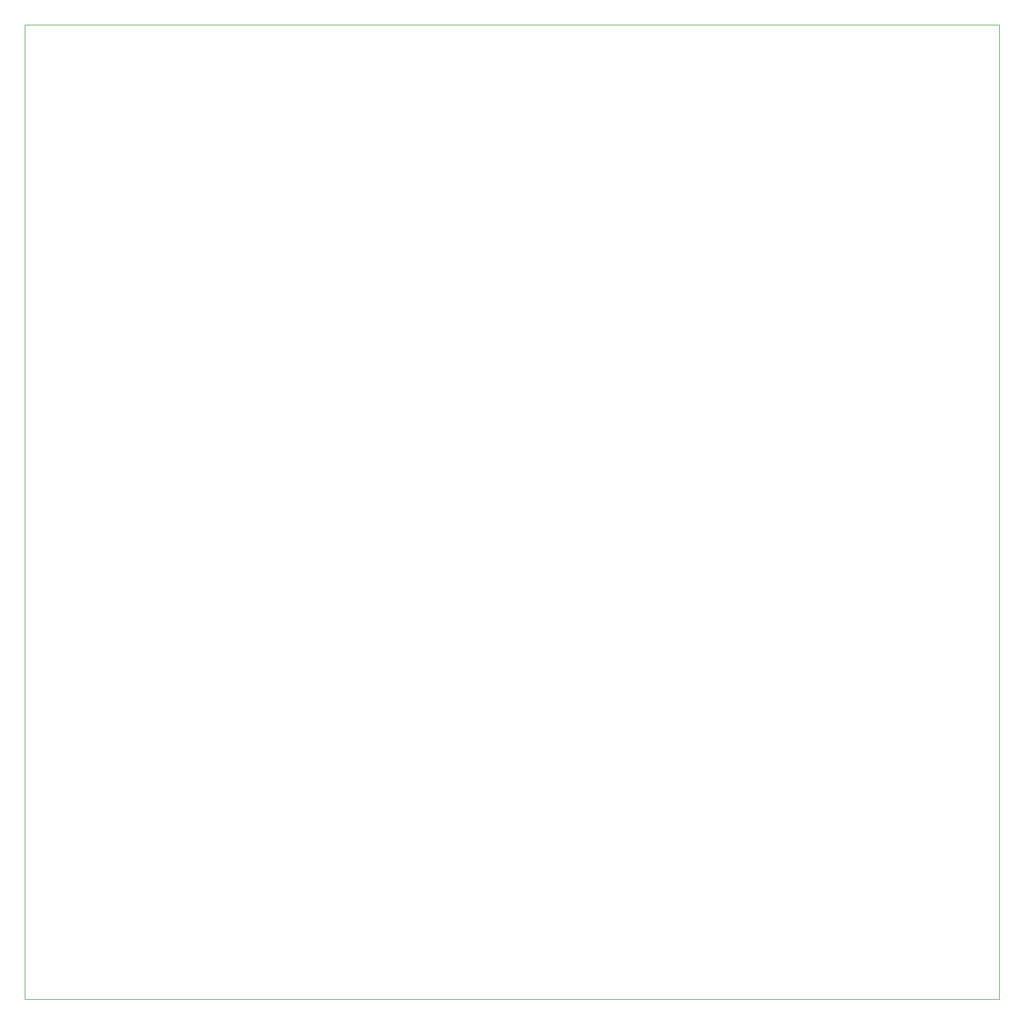
<source format=gm1>
G04 #@! TF.GenerationSoftware,KiCad,Pcbnew,(6.0.6)*
G04 #@! TF.CreationDate,2022-10-16T20:06:39+09:00*
G04 #@! TF.ProjectId,LedScoreBoard,4c656453-636f-4726-9542-6f6172642e6b,rev?*
G04 #@! TF.SameCoordinates,Original*
G04 #@! TF.FileFunction,Profile,NP*
%FSLAX46Y46*%
G04 Gerber Fmt 4.6, Leading zero omitted, Abs format (unit mm)*
G04 Created by KiCad (PCBNEW (6.0.6)) date 2022-10-16 20:06:39*
%MOMM*%
%LPD*%
G01*
G04 APERTURE LIST*
G04 #@! TA.AperFunction,Profile*
%ADD10C,0.100000*%
G04 #@! TD*
G04 APERTURE END LIST*
D10*
X170180000Y-175260000D02*
X170180000Y-25400000D01*
X20320000Y-175260000D02*
X170180000Y-175260000D01*
X20320000Y-25400000D02*
X20320000Y-175260000D01*
X170180000Y-25400000D02*
X20320000Y-25400000D01*
M02*

</source>
